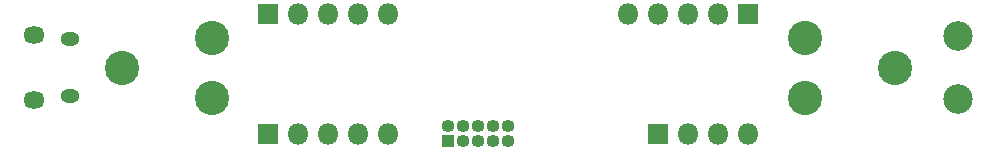
<source format=gbr>
G04 #@! TF.GenerationSoftware,KiCad,Pcbnew,(5.1.4-0-10_14)*
G04 #@! TF.CreationDate,2019-09-17T09:12:07-07:00*
G04 #@! TF.ProjectId,STM32L0xx_18650,53544d33-324c-4307-9878-5f3138363530,rev?*
G04 #@! TF.SameCoordinates,Original*
G04 #@! TF.FileFunction,Soldermask,Bot*
G04 #@! TF.FilePolarity,Negative*
%FSLAX46Y46*%
G04 Gerber Fmt 4.6, Leading zero omitted, Abs format (unit mm)*
G04 Created by KiCad (PCBNEW (5.1.4-0-10_14)) date 2019-09-17 09:12:07*
%MOMM*%
%LPD*%
G04 APERTURE LIST*
%ADD10C,2.901600*%
%ADD11O,1.801600X1.451600*%
%ADD12O,1.601600X1.201600*%
%ADD13C,2.501600*%
%ADD14R,1.101600X1.101600*%
%ADD15O,1.101600X1.101600*%
%ADD16R,1.801600X1.801600*%
%ADD17O,1.801600X1.801600*%
G04 APERTURE END LIST*
D10*
X74900000Y-97460000D03*
X74900000Y-102540000D03*
X125100000Y-97460000D03*
X125100000Y-102540000D03*
X132720000Y-100000000D03*
X67280000Y-100000000D03*
D11*
X59885000Y-102705000D03*
X59885000Y-97245000D03*
D12*
X62885000Y-102395000D03*
X62885000Y-97555000D03*
D13*
X138100000Y-102650000D03*
X138100000Y-97350000D03*
D14*
X94925000Y-106200000D03*
D15*
X94925000Y-104930000D03*
X96195000Y-106200000D03*
X96195000Y-104930000D03*
X97465000Y-106200000D03*
X97465000Y-104930000D03*
X98735000Y-106200000D03*
X98735000Y-104930000D03*
X100005000Y-106200000D03*
X100005000Y-104930000D03*
D16*
X79700000Y-105600000D03*
D17*
X82240000Y-105600000D03*
X84780000Y-105600000D03*
X87320000Y-105600000D03*
X89860000Y-105600000D03*
D16*
X112700000Y-105600000D03*
D17*
X115240000Y-105600000D03*
X117780000Y-105600000D03*
X120320000Y-105600000D03*
D16*
X120300000Y-95450000D03*
D17*
X117760000Y-95450000D03*
X115220000Y-95450000D03*
X112680000Y-95450000D03*
X110140000Y-95450000D03*
D16*
X79700000Y-95450000D03*
D17*
X82240000Y-95450000D03*
X84780000Y-95450000D03*
X87320000Y-95450000D03*
X89860000Y-95450000D03*
M02*

</source>
